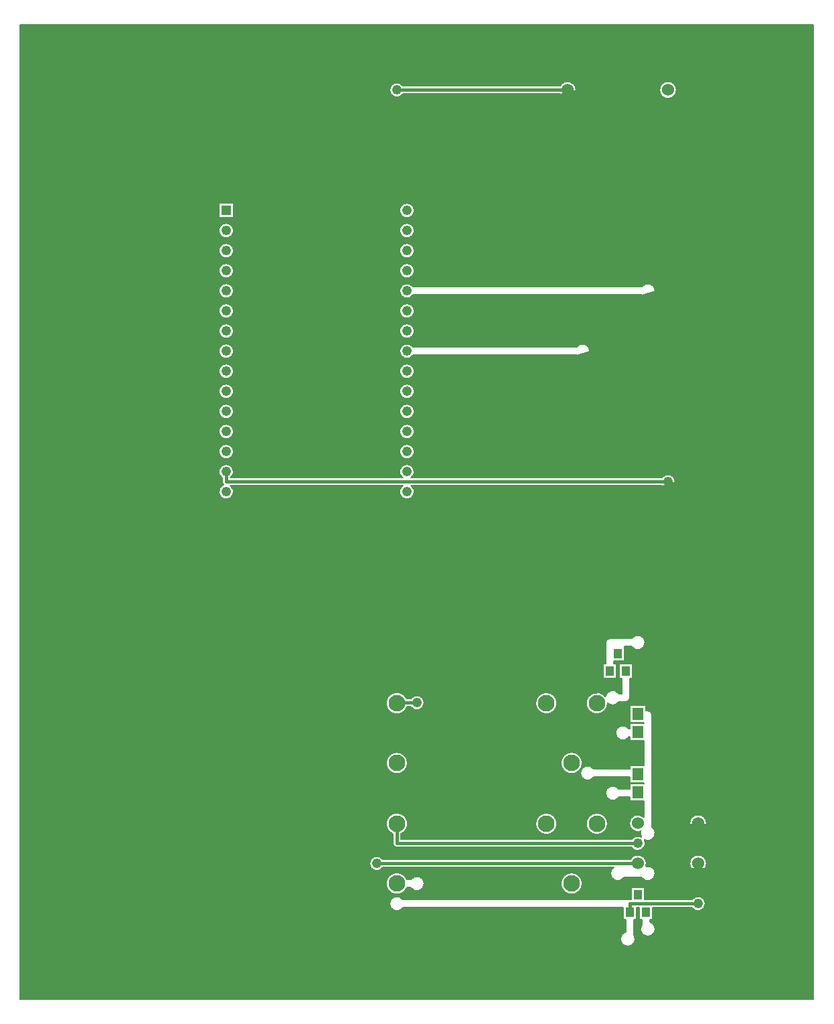
<source format=gbr>
G04 EasyPC Gerber Version 21.0.3 Build 4286 *
G04 #@! TF.Part,Single*
G04 #@! TF.FileFunction,Copper,L1,Top *
G04 #@! TF.FilePolarity,Positive *
%FSLAX35Y35*%
%MOIN*%
G04 #@! TA.AperFunction,SMDPad*
%ADD74R,0.04000X0.04800*%
%ADD73R,0.05500X0.06000*%
G04 #@! TA.AperFunction,ComponentPad*
%ADD29R,0.04862X0.04862*%
G04 #@! TD.AperFunction*
%ADD11C,0.00500*%
%ADD16C,0.01500*%
G04 #@! TA.AperFunction,ViaPad*
%ADD21C,0.04800*%
G04 #@! TA.AperFunction,ComponentPad*
%ADD72C,0.04862*%
G04 #@! TA.AperFunction,WasherPad*
%ADD13C,0.06000*%
G04 #@! TA.AperFunction,ComponentPad*
%ADD75C,0.08268*%
X0Y0D02*
D02*
D11*
X47750Y537750D02*
Y52750D01*
X442750*
Y537750*
X47750*
X367197Y312250D02*
G75*
G02X373900Y310250I3053J-2000D01*
G01*
G75*
G02X367197Y308250I-3650*
G01*
X242383*
G75*
G02X240250Y301569I-2133J-3000*
G01*
G75*
G02X238117Y308250J3681*
G01*
X152383*
G75*
G02X150250Y301569I-2133J-3000*
G01*
G75*
G02X148980Y308705J3681*
G01*
G75*
G02X148250Y310250I1270J1545*
G01*
Y312159*
G75*
G02X150250Y318931I2000J3091*
G01*
G75*
G02X152383Y312250J-3681*
G01*
X238117*
G75*
G02X240250Y318931I2133J3000*
G01*
G75*
G02X242383Y312250J-3681*
G01*
X367197*
X309659Y145398D02*
G75*
G02X315043Y140014J-5384D01*
G01*
G75*
G02X309659Y134630I-5384*
G01*
G75*
G02X304276Y140014J5384*
G01*
G75*
G02X309659Y145398I5384*
G01*
Y205398D02*
G75*
G02X315043Y200014J-5384D01*
G01*
G75*
G02X309659Y194630I-5384*
G01*
G75*
G02X304276Y200014J5384*
G01*
G75*
G02X309659Y205398I5384*
G01*
X322258Y175634D02*
G75*
G02X327642Y170250J-5384D01*
G01*
G75*
G02X322258Y164866I-5384*
G01*
G75*
G02X316874Y170250J5384*
G01*
G75*
G02X322258Y175634I5384*
G01*
X362250Y138303D02*
G75*
G02X358391Y132109I-2000J-3053D01*
G01*
G75*
G02X352197Y128250I-3141J-1859*
G01*
X235250*
G75*
G02X233250Y130250J2000*
G01*
Y135015*
G75*
G02X235250Y145398I2000J4998*
G01*
G75*
G02X237250Y135015J-5384*
G01*
Y132250*
X352197*
G75*
G02X357109Y133391I3053J-2000*
G01*
G75*
G02X356746Y136272I3142J1859*
G01*
G75*
G02X351000Y140250I-1496J3978*
G01*
G75*
G02X358250Y143260I4250*
G01*
Y151500*
X351250*
Y153250*
X345803*
G75*
G02X339100Y155250I-3053J2000*
G01*
G75*
G02X345803Y157250I3650*
G01*
X351250*
Y160000*
X358250*
Y160500*
X351250*
Y163250*
X333303*
G75*
G02X326600Y165250I-3053J2000*
G01*
G75*
G02X333303Y167250I3650*
G01*
X351250*
Y169000*
X358250*
Y181500*
X351250*
Y183250*
X350803*
G75*
G02X344100Y185250I-3053J2000*
G01*
G75*
G02X350803Y187250I3650*
G01*
X351250*
Y190000*
X358250*
Y190500*
X351250*
Y199000*
X359250*
Y196250*
X360250*
G75*
G02X362250Y194250J-2000*
G01*
Y138303*
X334856Y145398D02*
G75*
G02X340240Y140014J-5384D01*
G01*
G75*
G02X334856Y134630I-5384*
G01*
G75*
G02X329472Y140014J5384*
G01*
G75*
G02X334856Y145398I5384*
G01*
X346000Y219600D02*
X352500D01*
Y212301*
X351250*
Y202750*
G75*
G02X349250Y200750I-2000*
G01*
X345803*
G75*
G02X340239Y200100I-3053J2000*
G01*
G75*
G02X340240Y200014I-5376J-92*
G01*
G75*
G02X334856Y194630I-5384*
G01*
G75*
G02X329472Y200014J5384*
G01*
G75*
G02X339138Y203277I5384*
G01*
G75*
G02X345803Y204750I3612J-527*
G01*
X347250*
Y212301*
X346000*
Y219600*
X352197Y232250D02*
G75*
G02X358900Y230250I3053J-2000D01*
G01*
G75*
G02X352197Y228250I-3650*
G01*
X348500*
Y221000*
X343250*
Y219600*
X344500*
Y212301*
X338000*
Y219600*
X339250*
Y230250*
G75*
G02X341250Y232250I2000*
G01*
X352197*
X359228Y118754D02*
G75*
G02X363900Y115250I1022J-3504D01*
G01*
G75*
G02X357197Y113250I-3650*
G01*
X348303*
G75*
G02X341600Y115250I-3053J2000*
G01*
G75*
G02X343171Y118250I3650*
G01*
X228303*
G75*
G02X221600Y120250I-3053J2000*
G01*
G75*
G02X228303Y122250I3650*
G01*
X351500*
G75*
G02X359228Y118754I3750J-2000*
G01*
X242197Y112250D02*
G75*
G02X248900Y110250I3053J-2000D01*
G01*
G75*
G02X242197Y108250I-3650*
G01*
X240248*
G75*
G02X229866Y110250I-4998J2000*
G01*
G75*
G02X240248Y112250I5384*
G01*
X242197*
X382197Y102250D02*
G75*
G02X388900Y100250I3053J-2000D01*
G01*
G75*
G02X382197Y98250I-3650*
G01*
X362500*
Y92301*
X361250*
Y91260*
G75*
G02X363900Y87750I-1000J-3510*
G01*
G75*
G02X356600I-3650*
G01*
G75*
G02X357250Y89829I3650*
G01*
Y92301*
X356000*
Y98250*
X354500*
Y92301*
X353250*
Y84829*
G75*
G02X353900Y82750I-3000J-2079*
G01*
G75*
G02X346600I-3650*
G01*
G75*
G02X349250Y86260I3650*
G01*
Y92301*
X348000*
Y98250*
X238303*
G75*
G02X231600Y100250I-3053J2000*
G01*
G75*
G02X238303Y102250I3650*
G01*
X352000*
Y108301*
X358500*
Y102250*
X382197*
X322258Y115634D02*
G75*
G02X327642Y110250J-5384D01*
G01*
G75*
G02X322258Y104866I-5384*
G01*
G75*
G02X316874Y110250J5384*
G01*
G75*
G02X322258Y115634I5384*
G01*
X235250Y175634D02*
G75*
G02X240634Y170250J-5384D01*
G01*
G75*
G02X235250Y164866I-5384*
G01*
G75*
G02X229866Y170250J5384*
G01*
G75*
G02X235250Y175634I5384*
G01*
X242197Y202250D02*
G75*
G02X248900Y200250I3053J-2000D01*
G01*
G75*
G02X242197Y198250I-3650*
G01*
X240337*
G75*
G02X229866Y200014I-5087J1764*
G01*
G75*
G02X240148Y202250I5384*
G01*
X242197*
X150250Y328931D02*
G75*
G02X153931Y325250J-3681D01*
G01*
G75*
G02X150250Y321569I-3681*
G01*
G75*
G02X146569Y325250J3681*
G01*
G75*
G02X150250Y328931I3681*
G01*
Y338931D02*
G75*
G02X153931Y335250J-3681D01*
G01*
G75*
G02X150250Y331569I-3681*
G01*
G75*
G02X146569Y335250J3681*
G01*
G75*
G02X150250Y338931I3681*
G01*
Y348931D02*
G75*
G02X153931Y345250J-3681D01*
G01*
G75*
G02X150250Y341569I-3681*
G01*
G75*
G02X146569Y345250J3681*
G01*
G75*
G02X150250Y348931I3681*
G01*
Y358931D02*
G75*
G02X153931Y355250J-3681D01*
G01*
G75*
G02X150250Y351569I-3681*
G01*
G75*
G02X146569Y355250J3681*
G01*
G75*
G02X150250Y358931I3681*
G01*
Y368931D02*
G75*
G02X153931Y365250J-3681D01*
G01*
G75*
G02X150250Y361569I-3681*
G01*
G75*
G02X146569Y365250J3681*
G01*
G75*
G02X150250Y368931I3681*
G01*
Y378931D02*
G75*
G02X153931Y375250J-3681D01*
G01*
G75*
G02X150250Y371569I-3681*
G01*
G75*
G02X146569Y375250J3681*
G01*
G75*
G02X150250Y378931I3681*
G01*
Y388931D02*
G75*
G02X153931Y385250J-3681D01*
G01*
G75*
G02X150250Y381569I-3681*
G01*
G75*
G02X146569Y385250J3681*
G01*
G75*
G02X150250Y388931I3681*
G01*
Y398931D02*
G75*
G02X153931Y395250J-3681D01*
G01*
G75*
G02X150250Y391569I-3681*
G01*
G75*
G02X146569Y395250J3681*
G01*
G75*
G02X150250Y398931I3681*
G01*
Y408931D02*
G75*
G02X153931Y405250J-3681D01*
G01*
G75*
G02X150250Y401569I-3681*
G01*
G75*
G02X146569Y405250J3681*
G01*
G75*
G02X150250Y408931I3681*
G01*
Y418931D02*
G75*
G02X153931Y415250J-3681D01*
G01*
G75*
G02X150250Y411569I-3681*
G01*
G75*
G02X146569Y415250J3681*
G01*
G75*
G02X150250Y418931I3681*
G01*
Y428931D02*
G75*
G02X153931Y425250J-3681D01*
G01*
G75*
G02X150250Y421569I-3681*
G01*
G75*
G02X146569Y425250J3681*
G01*
G75*
G02X150250Y428931I3681*
G01*
Y438931D02*
G75*
G02X153931Y435250J-3681D01*
G01*
G75*
G02X150250Y431569I-3681*
G01*
G75*
G02X146569Y435250J3681*
G01*
G75*
G02X150250Y438931I3681*
G01*
X146569Y448931D02*
X153931D01*
Y441569*
X146569*
Y448931*
X316500Y507250D02*
G75*
G02X324500Y505250I3750J-2000D01*
G01*
G75*
G02X316500Y503250I-4250*
G01*
X238303*
G75*
G02X231600Y505250I-3053J2000*
G01*
G75*
G02X238303Y507250I3650*
G01*
X316500*
X240250Y328931D02*
G75*
G02X243931Y325250J-3681D01*
G01*
G75*
G02X240250Y321569I-3681*
G01*
G75*
G02X236569Y325250J3681*
G01*
G75*
G02X240250Y328931I3681*
G01*
Y338931D02*
G75*
G02X243931Y335250J-3681D01*
G01*
G75*
G02X240250Y331569I-3681*
G01*
G75*
G02X236569Y335250J3681*
G01*
G75*
G02X240250Y338931I3681*
G01*
Y348931D02*
G75*
G02X243931Y345250J-3681D01*
G01*
G75*
G02X240250Y341569I-3681*
G01*
G75*
G02X236569Y345250J3681*
G01*
G75*
G02X240250Y348931I3681*
G01*
Y358931D02*
G75*
G02X243931Y355250J-3681D01*
G01*
G75*
G02X240250Y351569I-3681*
G01*
G75*
G02X236569Y355250J3681*
G01*
G75*
G02X240250Y358931I3681*
G01*
Y368931D02*
G75*
G02X243931Y365250J-3681D01*
G01*
G75*
G02X240250Y361569I-3681*
G01*
G75*
G02X236569Y365250J3681*
G01*
G75*
G02X240250Y368931I3681*
G01*
X324697Y377250D02*
G75*
G02X331400Y375250I3053J-2000D01*
G01*
G75*
G02X324697Y373250I-3650*
G01*
X243341*
G75*
G02X236569Y375250I-3091J2000*
G01*
G75*
G02X243341Y377250I3681*
G01*
X324697*
X240250Y388931D02*
G75*
G02X243931Y385250J-3681D01*
G01*
G75*
G02X240250Y381569I-3681*
G01*
G75*
G02X236569Y385250J3681*
G01*
G75*
G02X240250Y388931I3681*
G01*
Y398931D02*
G75*
G02X243931Y395250J-3681D01*
G01*
G75*
G02X240250Y391569I-3681*
G01*
G75*
G02X236569Y395250J3681*
G01*
G75*
G02X240250Y398931I3681*
G01*
X357197Y407250D02*
G75*
G02X363900Y405250I3053J-2000D01*
G01*
G75*
G02X357197Y403250I-3650*
G01*
X243341*
G75*
G02X236569Y405250I-3091J2000*
G01*
G75*
G02X243341Y407250I3681*
G01*
X357197*
X240250Y418931D02*
G75*
G02X243931Y415250J-3681D01*
G01*
G75*
G02X240250Y411569I-3681*
G01*
G75*
G02X236569Y415250J3681*
G01*
G75*
G02X240250Y418931I3681*
G01*
Y428931D02*
G75*
G02X243931Y425250J-3681D01*
G01*
G75*
G02X240250Y421569I-3681*
G01*
G75*
G02X236569Y425250J3681*
G01*
G75*
G02X240250Y428931I3681*
G01*
Y438931D02*
G75*
G02X243931Y435250J-3681D01*
G01*
G75*
G02X240250Y431569I-3681*
G01*
G75*
G02X236569Y435250J3681*
G01*
G75*
G02X240250Y438931I3681*
G01*
Y448931D02*
G75*
G02X243931Y445250J-3681D01*
G01*
G75*
G02X240250Y441569I-3681*
G01*
G75*
G02X236569Y445250J3681*
G01*
G75*
G02X240250Y448931I3681*
G01*
X366000Y505250D02*
G75*
G02X374500I4250D01*
G01*
G75*
G02X366000I-4250*
G01*
X381000Y120250D02*
G75*
G02X389500I4250D01*
G01*
G75*
G02X381000I-4250*
G01*
Y140250D02*
G75*
G02X389500I4250D01*
G01*
G75*
G02X381000I-4250*
G01*
X362500Y93700D02*
G36*
Y92301D01*
X361250*
Y91260*
G75*
G02X363900Y87750I-1000J-3510*
G01*
G75*
G02X356600I-3650*
G01*
G75*
G02Y87751I3562J1*
G01*
G75*
G02X357250Y89829I3646*
G01*
Y92301*
X356000*
Y93700*
X354500*
Y92301*
X353250*
Y84829*
G75*
G02X353900Y82751I-2996J-2078*
G01*
G75*
G02Y82750I-3562J0*
G01*
G75*
G02X346600I-3650*
G01*
G75*
G02X349250Y86260I3650*
G01*
Y92301*
X348000*
Y93700*
X48000*
Y53000*
X442500*
Y93700*
X362500*
G37*
G36*
X442500*
Y110250*
X327642*
Y110250*
G75*
G02X322258Y104866I-5384*
G01*
G75*
G02X316874Y110250J5383*
G01*
Y110250*
X248900*
G75*
G02X242197Y108250I-3650*
G01*
X240248*
G75*
G02X229866Y110250I-4998J2000*
G01*
X48000*
Y93700*
X348000*
Y98250*
X238303*
G75*
G02X231600Y100250I-3053J2000*
G01*
G75*
G02X238303Y102250I3650*
G01*
X352000*
Y108301*
X358500*
Y102250*
X382197*
G75*
G02X388900Y100250I3053J-2000*
G01*
G75*
G02X382197Y98250I-3650*
G01*
X362500*
Y93700*
G37*
X356000D02*
G36*
Y98250D01*
X354500*
Y93700*
X356000*
G37*
X388886Y118050D02*
G36*
G75*
G02X381614I-3636J2200D01*
G01*
X362591*
G75*
G02X363900Y115250I-2341J-2800*
G01*
G75*
G02X357197Y113250I-3650*
G01*
X348303*
G75*
G02X341600Y115250I-3053J2000*
G01*
G75*
G02X342909Y118050I3650J0*
G01*
X228162*
G75*
G02X222337I-2912J2200*
G01*
X48000*
Y110250*
X229866*
G75*
G02X240248Y112250I5384*
G01*
X242197*
G75*
G02X248900Y110250I3053J-2000*
G01*
X316874*
Y110250*
G75*
G02X322258Y115634I5384*
G01*
G75*
G02X327642Y110250J-5383*
G01*
Y110250*
X442500*
Y118050*
X388886*
G37*
X389493Y140014D02*
G36*
G75*
G02X381007I-4243J236D01*
G01*
X362250*
Y138303*
G75*
G02X363900Y135250I-2000J-3053*
G01*
G75*
G02X358391Y132109I-3650*
G01*
G75*
G02X358900Y130250I-3141J-1859*
G01*
G75*
G02X352197Y128250I-3650*
G01*
X235250*
G75*
G02X233250Y130250J2000*
G01*
Y135015*
G75*
G02X229866Y140014I2000J4998*
G01*
X48000*
Y118050*
X222337*
G75*
G02X221600Y120250I2913J2200*
G01*
G75*
G02X228303Y122250I3650*
G01*
X351500*
G75*
G02X359500Y120250I3750J-2000*
G01*
G75*
G02X359228Y118754I-4251J0*
G01*
G75*
G02X362591Y118050I1022J-3504*
G01*
X381614*
G75*
G02X381000Y120250I3636J2200*
G01*
G75*
G02X389500I4250*
G01*
G75*
G02X388886Y118050I-4250*
G01*
X442500*
Y140014*
X389493*
G37*
X351007D02*
G36*
X340240D01*
Y140013*
G75*
G02X334856Y134630I-5384*
G01*
G75*
G02X329472Y140013J5383*
G01*
Y140014*
X315043*
Y140013*
G75*
G02X309659Y134630I-5384*
G01*
G75*
G02X304276Y140013J5383*
G01*
Y140014*
X240634*
G75*
G02X237250Y135015I-5384*
G01*
Y132250*
X352197*
G75*
G02X357109Y133391I3054J-2000*
G01*
G75*
G02X356600Y135250I3143J1859*
G01*
G75*
G02X356746Y136272I3652J0*
G01*
G75*
G02X351007Y140014I-1496J3978*
G01*
G37*
X342909Y118050D02*
G36*
G75*
G02X343171Y118250I2342J-2798D01*
G01*
X228303*
G75*
G02X228162Y118050I-3054J2002*
G01*
X342909*
G37*
X358250Y170250D02*
G36*
X327642D01*
Y170250*
G75*
G02X322258Y164866I-5384*
G01*
G75*
G02X316874Y170250J5383*
G01*
Y170250*
X240634*
Y170250*
G75*
G02X235250Y164866I-5384*
G01*
G75*
G02X229866Y170250J5383*
G01*
Y170250*
X48000*
Y140014*
X229866*
G75*
G02X235250Y145398I5384*
G01*
G75*
G02X240634Y140014J-5384*
G01*
X304276*
Y140014*
G75*
G02X309659Y145398I5384*
G01*
G75*
G02X315043Y140014J-5383*
G01*
Y140014*
X329472*
Y140014*
G75*
G02X334856Y145398I5384*
G01*
G75*
G02X340240Y140014J-5383*
G01*
Y140014*
X351007*
G75*
G02X351000Y140250I4244J239*
G01*
Y140250*
G75*
G02X358250Y143260I4250*
G01*
Y151500*
X351250*
Y153250*
X345803*
G75*
G02X339100Y155250I-3053J2000*
G01*
G75*
G02X345803Y157250I3650*
G01*
X351250*
Y160000*
X358250*
Y160500*
X351250*
Y163250*
X333303*
G75*
G02X326600Y165250I-3053J2000*
G01*
G75*
G02X333303Y167250I3650*
G01*
X351250*
Y169000*
X358250*
Y170250*
G37*
X362250D02*
G36*
Y140014D01*
X381007*
G75*
G02X381000Y140250I4244J239*
G01*
G75*
G02X389500I4250*
G01*
G75*
G02X389493Y140014I-4250J2*
G01*
X442500*
Y170250*
X362250*
G37*
G36*
X442500*
Y200014*
X345166*
G75*
G02X340334I-2416J2736*
G01*
X340240*
Y200013*
G75*
G02X334856Y194630I-5384*
G01*
G75*
G02X329472Y200013J5383*
G01*
Y200014*
X315043*
Y200013*
G75*
G02X309659Y194630I-5384*
G01*
G75*
G02X304276Y200013J5383*
G01*
Y200014*
X248893*
G75*
G02X242197Y198250I-3643J236*
G01*
X240337*
G75*
G02X229866Y200014I-5087J1764*
G01*
X48000*
Y170250*
X229866*
Y170250*
G75*
G02X235250Y175634I5384*
G01*
G75*
G02X240634Y170250J-5383*
G01*
Y170250*
X316874*
Y170250*
G75*
G02X322258Y175634I5384*
G01*
G75*
G02X327642Y170250J-5383*
G01*
Y170250*
X358250*
Y181500*
X351250*
Y183250*
X350803*
G75*
G02X344100Y185250I-3053J2000*
G01*
G75*
G02X350803Y187250I3650*
G01*
X351250*
Y190000*
X358250*
Y190500*
X351250*
Y199000*
X359250*
Y196250*
X360250*
G75*
G02X362250Y194250J-2000*
G01*
Y170250*
G37*
X348500Y223100D02*
G36*
Y221000D01*
X343250*
Y219600*
X344500*
Y212301*
X338000*
Y219600*
X339250*
Y223100*
X48000*
Y200014*
X229866*
G75*
G02X240148Y202250I5384*
G01*
X242197*
G75*
G02X248900Y200250I3053J-2000*
G01*
G75*
G02X248893Y200014I-3652J-3*
G01*
X304276*
Y200014*
G75*
G02X309659Y205398I5384*
G01*
G75*
G02X315043Y200014J-5383*
G01*
Y200014*
X329472*
G75*
G02X339138Y203277I5384*
G01*
G75*
G02X345803Y204750I3612J-528*
G01*
X347250*
Y212301*
X346000*
Y219600*
X352500*
Y212301*
X351250*
Y202750*
G75*
G02X349250Y200750I-2000*
G01*
X345803*
G75*
G02X345166Y200014I-3053J2000*
G01*
X442500*
Y223100*
X348500*
G37*
X340334Y200014D02*
G36*
G75*
G02X340239Y200100I2417J2731D01*
G01*
X340240Y200014*
X340334*
G37*
X373900Y310250D02*
G36*
G75*
G02X367197Y308250I-3650D01*
G01*
X242383*
G75*
G02X243931Y305250I-2133J-3000*
G01*
G75*
G02X240250Y301569I-3681*
G01*
G75*
G02X236569Y305250J3681*
G01*
G75*
G02X238117Y308250I3681*
G01*
X152383*
G75*
G02X153931Y305250I-2133J-3000*
G01*
G75*
G02X150250Y301569I-3681*
G01*
G75*
G02X146569Y305250J3681*
G01*
G75*
G02X148980Y308705I3681*
G01*
G75*
G02X148250Y310250I1270J1545*
G01*
X48000*
Y223100*
X339250*
Y230250*
G75*
G02X341250Y232250I2000*
G01*
X352197*
G75*
G02X358900Y230250I3053J-2000*
G01*
G75*
G02X352197Y228250I-3650*
G01*
X348500*
Y223100*
X442500*
Y310250*
X373900*
G37*
G36*
X442500*
Y325250*
X243931*
G75*
G02X240250Y321569I-3681*
G01*
G75*
G02X236569Y325250J3681*
G01*
X153931*
G75*
G02X150250Y321569I-3681*
G01*
G75*
G02X146569Y325250J3681*
G01*
X48000*
Y310250*
X148250*
Y312159*
G75*
G02X146569Y315250I2000J3091*
G01*
G75*
G02X150250Y318931I3681*
G01*
G75*
G02X153931Y315250J-3681*
G01*
G75*
G02X152383Y312250I-3681*
G01*
X238117*
G75*
G02X236569Y315250I2133J3000*
G01*
G75*
G02X240250Y318931I3681*
G01*
G75*
G02X243931Y315250J-3681*
G01*
G75*
G02X242383Y312250I-3681*
G01*
X367197*
G75*
G02X373900Y310250I3053J-2000*
G01*
G37*
X48000Y335250D02*
G36*
Y325250D01*
X146569*
G75*
G02X150250Y328931I3681*
G01*
G75*
G02X153931Y325250J-3681*
G01*
X236569*
G75*
G02X240250Y328931I3681*
G01*
G75*
G02X243931Y325250J-3681*
G01*
X442500*
Y335250*
X243931*
G75*
G02X240250Y331569I-3681*
G01*
G75*
G02X236569Y335250J3681*
G01*
X153931*
G75*
G02X150250Y331569I-3681*
G01*
G75*
G02X146569Y335250J3681*
G01*
X48000*
G37*
Y345250D02*
G36*
Y335250D01*
X146569*
G75*
G02X150250Y338931I3681*
G01*
G75*
G02X153931Y335250J-3681*
G01*
X236569*
G75*
G02X240250Y338931I3681*
G01*
G75*
G02X243931Y335250J-3681*
G01*
X442500*
Y345250*
X243931*
G75*
G02X240250Y341569I-3681*
G01*
G75*
G02X236569Y345250J3681*
G01*
X153931*
G75*
G02X150250Y341569I-3681*
G01*
G75*
G02X146569Y345250J3681*
G01*
X48000*
G37*
Y355250D02*
G36*
Y345250D01*
X146569*
G75*
G02X150250Y348931I3681*
G01*
G75*
G02X153931Y345250J-3681*
G01*
X236569*
G75*
G02X240250Y348931I3681*
G01*
G75*
G02X243931Y345250J-3681*
G01*
X442500*
Y355250*
X243931*
G75*
G02X240250Y351569I-3681*
G01*
G75*
G02X236569Y355250J3681*
G01*
X153931*
G75*
G02X150250Y351569I-3681*
G01*
G75*
G02X146569Y355250J3681*
G01*
X48000*
G37*
Y365250D02*
G36*
Y355250D01*
X146569*
G75*
G02X150250Y358931I3681*
G01*
G75*
G02X153931Y355250J-3681*
G01*
X236569*
G75*
G02X240250Y358931I3681*
G01*
G75*
G02X243931Y355250J-3681*
G01*
X442500*
Y365250*
X243931*
G75*
G02X240250Y361569I-3681*
G01*
G75*
G02X236569Y365250J3681*
G01*
X153931*
G75*
G02X150250Y361569I-3681*
G01*
G75*
G02X146569Y365250J3681*
G01*
X48000*
G37*
X331400Y375250D02*
G36*
G75*
G02X324697Y373250I-3650D01*
G01*
X243341*
G75*
G02X236569Y375250I-3091J2000*
G01*
X153931*
G75*
G02X150250Y371569I-3681*
G01*
G75*
G02X146569Y375250J3681*
G01*
X48000*
Y365250*
X146569*
G75*
G02X150250Y368931I3681*
G01*
G75*
G02X153931Y365250J-3681*
G01*
X236569*
G75*
G02X240250Y368931I3681*
G01*
G75*
G02X243931Y365250J-3681*
G01*
X442500*
Y375250*
X331400*
G37*
X48000Y385250D02*
G36*
Y375250D01*
X146569*
G75*
G02X150250Y378931I3681*
G01*
G75*
G02X153931Y375250J-3681*
G01*
X236569*
G75*
G02X243341Y377250I3681*
G01*
X324697*
G75*
G02X331400Y375250I3053J-2000*
G01*
X442500*
Y385250*
X243931*
G75*
G02X240250Y381569I-3681*
G01*
G75*
G02X236569Y385250J3681*
G01*
X153931*
G75*
G02X150250Y381569I-3681*
G01*
G75*
G02X146569Y385250J3681*
G01*
X48000*
G37*
Y395250D02*
G36*
Y385250D01*
X146569*
G75*
G02X150250Y388931I3681*
G01*
G75*
G02X153931Y385250J-3681*
G01*
X236569*
G75*
G02X240250Y388931I3681*
G01*
G75*
G02X243931Y385250J-3681*
G01*
X442500*
Y395250*
X243931*
G75*
G02X240250Y391569I-3681*
G01*
G75*
G02X236569Y395250J3681*
G01*
X153931*
G75*
G02X150250Y391569I-3681*
G01*
G75*
G02X146569Y395250J3681*
G01*
X48000*
G37*
X363900Y405250D02*
G36*
G75*
G02X357197Y403250I-3650D01*
G01*
X243341*
G75*
G02X236569Y405250I-3091J2000*
G01*
X153931*
G75*
G02X150250Y401569I-3681*
G01*
G75*
G02X146569Y405250J3681*
G01*
X48000*
Y395250*
X146569*
G75*
G02X150250Y398931I3681*
G01*
G75*
G02X153931Y395250J-3681*
G01*
X236569*
G75*
G02X240250Y398931I3681*
G01*
G75*
G02X243931Y395250J-3681*
G01*
X442500*
Y405250*
X363900*
G37*
X48000Y415250D02*
G36*
Y405250D01*
X146569*
G75*
G02X150250Y408931I3681*
G01*
G75*
G02X153931Y405250J-3681*
G01*
X236569*
G75*
G02X243341Y407250I3681*
G01*
X357197*
G75*
G02X363900Y405250I3053J-2000*
G01*
X442500*
Y415250*
X243931*
G75*
G02X240250Y411569I-3681*
G01*
G75*
G02X236569Y415250J3681*
G01*
X153931*
G75*
G02X150250Y411569I-3681*
G01*
G75*
G02X146569Y415250J3681*
G01*
X48000*
G37*
Y425250D02*
G36*
Y415250D01*
X146569*
G75*
G02X150250Y418931I3681*
G01*
G75*
G02X153931Y415250J-3681*
G01*
X236569*
G75*
G02X240250Y418931I3681*
G01*
G75*
G02X243931Y415250J-3681*
G01*
X442500*
Y425250*
X243931*
G75*
G02X240250Y421569I-3681*
G01*
G75*
G02X236569Y425250J3681*
G01*
X153931*
G75*
G02X150250Y421569I-3681*
G01*
G75*
G02X146569Y425250J3681*
G01*
X48000*
G37*
Y435250D02*
G36*
Y425250D01*
X146569*
G75*
G02X150250Y428931I3681*
G01*
G75*
G02X153931Y425250J-3681*
G01*
X236569*
G75*
G02X240250Y428931I3681*
G01*
G75*
G02X243931Y425250J-3681*
G01*
X442500*
Y435250*
X243931*
G75*
G02X240250Y431569I-3681*
G01*
G75*
G02X236569Y435250J3681*
G01*
X153931*
G75*
G02X150250Y431569I-3681*
G01*
G75*
G02X146569Y435250J3681*
G01*
X48000*
G37*
X153931Y445250D02*
G36*
Y441569D01*
X146569*
Y445250*
X48000*
Y435250*
X146569*
G75*
G02X150250Y438931I3681*
G01*
G75*
G02X153931Y435250J-3681*
G01*
X236569*
G75*
G02X240250Y438931I3681*
G01*
G75*
G02X243931Y435250J-3681*
G01*
X442500*
Y445250*
X243931*
G75*
G02X240250Y441569I-3681*
G01*
G75*
G02X236569Y445250J3681*
G01*
X153931*
G37*
X324500Y505250D02*
G36*
G75*
G02X316500Y503250I-4250D01*
G01*
X238303*
G75*
G02X231600Y505250I-3053J2000*
G01*
X48000*
Y445250*
X146569*
Y448931*
X153931*
Y445250*
X236569*
G75*
G02X240250Y448931I3681*
G01*
G75*
G02X243931Y445250J-3681*
G01*
X442500*
Y505250*
X374500*
G75*
G02X366000I-4250*
G01*
X324500*
G37*
X48000Y537500D02*
G36*
Y505250D01*
X231600*
G75*
G02X238303Y507250I3650*
G01*
X316500*
G75*
G02X324500Y505250I3750J-2000*
G01*
X366000*
G75*
G02X374500I4250*
G01*
X442500*
Y537500*
X48000*
G37*
D02*
D13*
X320250Y505250D03*
X355250Y120250D03*
Y140250D03*
X370250Y505250D03*
X385250Y120250D03*
Y140250D03*
D02*
D16*
X225250Y120250D02*
X355250D01*
X235250Y505250D02*
X320250D01*
X245250Y200250D02*
X235250D01*
Y200014*
X355250Y130250D02*
X235250D01*
Y140014*
X370250Y310250D02*
X150250D01*
Y315250*
X385250Y100250D02*
X351250D01*
Y95950*
D02*
D21*
X225250Y120250D03*
X235250Y505250D03*
X245250Y200250D03*
X355250Y130250D03*
X370250Y310250D03*
X385250Y100250D03*
D02*
D29*
X150250Y445250D03*
D02*
D72*
Y305250D03*
Y315250D03*
Y325250D03*
Y335250D03*
Y345250D03*
Y355250D03*
Y365250D03*
Y375250D03*
Y385250D03*
Y395250D03*
Y405250D03*
Y415250D03*
Y425250D03*
Y435250D03*
X240250Y305250D03*
Y315250D03*
Y325250D03*
Y335250D03*
Y345250D03*
Y355250D03*
Y365250D03*
Y375250D03*
Y385250D03*
Y395250D03*
Y405250D03*
Y415250D03*
Y425250D03*
Y435250D03*
Y445250D03*
D02*
D73*
X355250Y155750D03*
Y164750D03*
Y185750D03*
Y194750D03*
D02*
D74*
X341250Y215950D03*
X345250Y224650D03*
X349250Y215950D03*
X351250Y95950D03*
X355250Y104650D03*
X359250Y95950D03*
D02*
D75*
X235250Y110250D03*
Y140014D03*
Y170250D03*
Y200014D03*
X309659Y140014D03*
Y200014D03*
X322258Y110250D03*
Y170250D03*
X334856Y140014D03*
Y200014D03*
X0Y0D02*
M02*

</source>
